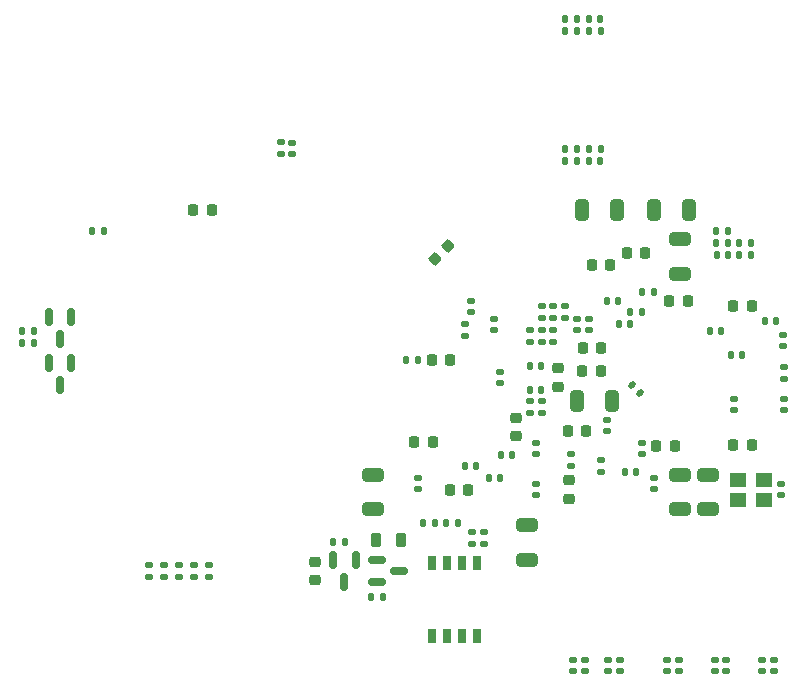
<source format=gbr>
%TF.GenerationSoftware,KiCad,Pcbnew,7.0.10*%
%TF.CreationDate,2024-01-08T21:13:15+10:00*%
%TF.ProjectId,PCIeDMA,50434965-444d-4412-9e6b-696361645f70,1*%
%TF.SameCoordinates,Original*%
%TF.FileFunction,Paste,Bot*%
%TF.FilePolarity,Positive*%
%FSLAX46Y46*%
G04 Gerber Fmt 4.6, Leading zero omitted, Abs format (unit mm)*
G04 Created by KiCad (PCBNEW 7.0.10) date 2024-01-08 21:13:15*
%MOMM*%
%LPD*%
G01*
G04 APERTURE LIST*
G04 Aperture macros list*
%AMRoundRect*
0 Rectangle with rounded corners*
0 $1 Rounding radius*
0 $2 $3 $4 $5 $6 $7 $8 $9 X,Y pos of 4 corners*
0 Add a 4 corners polygon primitive as box body*
4,1,4,$2,$3,$4,$5,$6,$7,$8,$9,$2,$3,0*
0 Add four circle primitives for the rounded corners*
1,1,$1+$1,$2,$3*
1,1,$1+$1,$4,$5*
1,1,$1+$1,$6,$7*
1,1,$1+$1,$8,$9*
0 Add four rect primitives between the rounded corners*
20,1,$1+$1,$2,$3,$4,$5,0*
20,1,$1+$1,$4,$5,$6,$7,0*
20,1,$1+$1,$6,$7,$8,$9,0*
20,1,$1+$1,$8,$9,$2,$3,0*%
G04 Aperture macros list end*
%ADD10R,0.760000X1.250000*%
%ADD11RoundRect,0.135000X-0.185000X0.135000X-0.185000X-0.135000X0.185000X-0.135000X0.185000X0.135000X0*%
%ADD12RoundRect,0.135000X-0.135000X-0.185000X0.135000X-0.185000X0.135000X0.185000X-0.135000X0.185000X0*%
%ADD13RoundRect,0.140000X-0.170000X0.140000X-0.170000X-0.140000X0.170000X-0.140000X0.170000X0.140000X0*%
%ADD14RoundRect,0.135000X0.185000X-0.135000X0.185000X0.135000X-0.185000X0.135000X-0.185000X-0.135000X0*%
%ADD15RoundRect,0.140000X0.140000X0.170000X-0.140000X0.170000X-0.140000X-0.170000X0.140000X-0.170000X0*%
%ADD16RoundRect,0.150000X-0.150000X0.587500X-0.150000X-0.587500X0.150000X-0.587500X0.150000X0.587500X0*%
%ADD17RoundRect,0.140000X0.170000X-0.140000X0.170000X0.140000X-0.170000X0.140000X-0.170000X-0.140000X0*%
%ADD18RoundRect,0.250000X-0.325000X-0.650000X0.325000X-0.650000X0.325000X0.650000X-0.325000X0.650000X0*%
%ADD19RoundRect,0.225000X-0.225000X-0.250000X0.225000X-0.250000X0.225000X0.250000X-0.225000X0.250000X0*%
%ADD20RoundRect,0.135000X0.135000X0.185000X-0.135000X0.185000X-0.135000X-0.185000X0.135000X-0.185000X0*%
%ADD21RoundRect,0.225000X0.250000X-0.225000X0.250000X0.225000X-0.250000X0.225000X-0.250000X-0.225000X0*%
%ADD22RoundRect,0.140000X-0.140000X-0.170000X0.140000X-0.170000X0.140000X0.170000X-0.140000X0.170000X0*%
%ADD23RoundRect,0.225000X0.017678X-0.335876X0.335876X-0.017678X-0.017678X0.335876X-0.335876X0.017678X0*%
%ADD24RoundRect,0.225000X0.225000X0.250000X-0.225000X0.250000X-0.225000X-0.250000X0.225000X-0.250000X0*%
%ADD25RoundRect,0.218750X-0.218750X-0.381250X0.218750X-0.381250X0.218750X0.381250X-0.218750X0.381250X0*%
%ADD26R,1.400000X1.200000*%
%ADD27RoundRect,0.140000X0.219203X0.021213X0.021213X0.219203X-0.219203X-0.021213X-0.021213X-0.219203X0*%
%ADD28RoundRect,0.250000X-0.650000X0.325000X-0.650000X-0.325000X0.650000X-0.325000X0.650000X0.325000X0*%
%ADD29RoundRect,0.250000X0.325000X0.650000X-0.325000X0.650000X-0.325000X-0.650000X0.325000X-0.650000X0*%
%ADD30RoundRect,0.250000X0.650000X-0.325000X0.650000X0.325000X-0.650000X0.325000X-0.650000X-0.325000X0*%
%ADD31RoundRect,0.225000X-0.250000X0.225000X-0.250000X-0.225000X0.250000X-0.225000X0.250000X0.225000X0*%
%ADD32RoundRect,0.150000X-0.587500X-0.150000X0.587500X-0.150000X0.587500X0.150000X-0.587500X0.150000X0*%
G04 APERTURE END LIST*
D10*
%TO.C,SW6*%
X47745000Y-50225000D03*
X49015000Y-50225000D03*
X50285000Y-50225000D03*
X51555000Y-50225000D03*
X51555000Y-56375000D03*
X50285000Y-56375000D03*
X49015000Y-56375000D03*
X47745000Y-56375000D03*
%TD*%
D11*
%TO.C,R1*%
X52100000Y-47590000D03*
X52100000Y-48610000D03*
%TD*%
D12*
%TO.C,R62*%
X58990000Y-5200000D03*
X60010000Y-5200000D03*
%TD*%
D13*
%TO.C,C135*%
X65500000Y-40020000D03*
X65500000Y-40980000D03*
%TD*%
%TO.C,C87*%
X57000000Y-30520000D03*
X57000000Y-31480000D03*
%TD*%
D14*
%TO.C,R12*%
X26327000Y-51410000D03*
X26327000Y-50390000D03*
%TD*%
D15*
%TO.C,C36*%
X19930000Y-22100000D03*
X18970000Y-22100000D03*
%TD*%
D16*
%TO.C,Q2*%
X15250000Y-33262500D03*
X17150000Y-33262500D03*
X16200000Y-35137500D03*
%TD*%
D17*
%TO.C,C80*%
X58000000Y-31480000D03*
X58000000Y-30520000D03*
%TD*%
D18*
%TO.C,C74*%
X66525000Y-20300000D03*
X69475000Y-20300000D03*
%TD*%
D13*
%TO.C,C84*%
X60000000Y-29520000D03*
X60000000Y-30480000D03*
%TD*%
D15*
%TO.C,C54*%
X53480000Y-43000000D03*
X52520000Y-43000000D03*
%TD*%
D17*
%TO.C,C15*%
X63650000Y-59380000D03*
X63650000Y-58420000D03*
%TD*%
%TO.C,C81*%
X56000000Y-37480000D03*
X56000000Y-36520000D03*
%TD*%
D19*
%TO.C,C46*%
X59225000Y-39000000D03*
X60775000Y-39000000D03*
%TD*%
D20*
%TO.C,R37*%
X46510000Y-33000000D03*
X45490000Y-33000000D03*
%TD*%
D12*
%TO.C,R61*%
X58990000Y-15200000D03*
X60010000Y-15200000D03*
%TD*%
D20*
%TO.C,R70*%
X74710000Y-24100000D03*
X73690000Y-24100000D03*
%TD*%
%TO.C,R3*%
X49910000Y-46800000D03*
X48890000Y-46800000D03*
%TD*%
D21*
%TO.C,C79*%
X58400000Y-35275000D03*
X58400000Y-33725000D03*
%TD*%
D17*
%TO.C,C62*%
X50500000Y-30980000D03*
X50500000Y-30020000D03*
%TD*%
D13*
%TO.C,C77*%
X57000000Y-36520000D03*
X57000000Y-37480000D03*
%TD*%
D22*
%TO.C,C127*%
X71220000Y-30600000D03*
X72180000Y-30600000D03*
%TD*%
D19*
%TO.C,C75*%
X60500000Y-32000000D03*
X62050000Y-32000000D03*
%TD*%
%TO.C,C51*%
X46225000Y-40000000D03*
X47775000Y-40000000D03*
%TD*%
D11*
%TO.C,R68*%
X77500000Y-33590000D03*
X77500000Y-34610000D03*
%TD*%
D23*
%TO.C,C60*%
X47951992Y-24448008D03*
X49048008Y-23351992D03*
%TD*%
D17*
%TO.C,C63*%
X53000000Y-30480000D03*
X53000000Y-29520000D03*
%TD*%
D16*
%TO.C,Q4*%
X39350000Y-49975000D03*
X41250000Y-49975000D03*
X40300000Y-51850000D03*
%TD*%
D24*
%TO.C,C131*%
X69375000Y-28000000D03*
X67825000Y-28000000D03*
%TD*%
D13*
%TO.C,C124*%
X73300000Y-36320000D03*
X73300000Y-37280000D03*
%TD*%
D20*
%TO.C,R65*%
X62010000Y-5200000D03*
X60990000Y-5200000D03*
%TD*%
D22*
%TO.C,C70*%
X63520000Y-30000000D03*
X64480000Y-30000000D03*
%TD*%
D19*
%TO.C,C66*%
X64225000Y-24000000D03*
X65775000Y-24000000D03*
%TD*%
D15*
%TO.C,C69*%
X65480000Y-29000000D03*
X64520000Y-29000000D03*
%TD*%
D17*
%TO.C,C18*%
X76650000Y-59380000D03*
X76650000Y-58420000D03*
%TD*%
%TO.C,C17*%
X72650000Y-59380000D03*
X72650000Y-58420000D03*
%TD*%
D22*
%TO.C,C128*%
X73020000Y-32600000D03*
X73980000Y-32600000D03*
%TD*%
D17*
%TO.C,C122*%
X77400000Y-31880000D03*
X77400000Y-30920000D03*
%TD*%
D14*
%TO.C,R4*%
X51100000Y-48610000D03*
X51100000Y-47590000D03*
%TD*%
D22*
%TO.C,C85*%
X56020000Y-33500000D03*
X56980000Y-33500000D03*
%TD*%
D17*
%TO.C,C82*%
X61000000Y-30480000D03*
X61000000Y-29520000D03*
%TD*%
D22*
%TO.C,C118*%
X61020000Y-4200000D03*
X61980000Y-4200000D03*
%TD*%
D24*
%TO.C,C123*%
X74775000Y-28500000D03*
X73225000Y-28500000D03*
%TD*%
D17*
%TO.C,C14*%
X60650000Y-59380000D03*
X60650000Y-58420000D03*
%TD*%
D15*
%TO.C,C120*%
X72780000Y-24100000D03*
X71820000Y-24100000D03*
%TD*%
D14*
%TO.C,R31*%
X57000000Y-29510000D03*
X57000000Y-28490000D03*
%TD*%
D17*
%TO.C,C86*%
X56000000Y-31480000D03*
X56000000Y-30520000D03*
%TD*%
D22*
%TO.C,C49*%
X64020000Y-42500000D03*
X64980000Y-42500000D03*
%TD*%
D25*
%TO.C,FB3*%
X42937500Y-48300000D03*
X45062500Y-48300000D03*
%TD*%
D26*
%TO.C,X2*%
X75800000Y-44850000D03*
X73600000Y-44850000D03*
X73600000Y-43150000D03*
X75800000Y-43150000D03*
%TD*%
D20*
%TO.C,R51*%
X14060000Y-30550000D03*
X13040000Y-30550000D03*
%TD*%
D27*
%TO.C,C132*%
X65339411Y-35839411D03*
X64660589Y-35160589D03*
%TD*%
D22*
%TO.C,C68*%
X62520000Y-28000000D03*
X63480000Y-28000000D03*
%TD*%
D13*
%TO.C,C48*%
X56500000Y-43520000D03*
X56500000Y-44480000D03*
%TD*%
%TO.C,C64*%
X53500000Y-34020000D03*
X53500000Y-34980000D03*
%TD*%
D17*
%TO.C,C45*%
X56500000Y-40980000D03*
X56500000Y-40020000D03*
%TD*%
D24*
%TO.C,C43*%
X29075000Y-20350000D03*
X27525000Y-20350000D03*
%TD*%
D15*
%TO.C,C116*%
X59980000Y-4200000D03*
X59020000Y-4200000D03*
%TD*%
D17*
%TO.C,C13*%
X75650000Y-59380000D03*
X75650000Y-58420000D03*
%TD*%
D11*
%TO.C,R33*%
X58000000Y-28490000D03*
X58000000Y-29510000D03*
%TD*%
D20*
%TO.C,R69*%
X74710000Y-23100000D03*
X73690000Y-23100000D03*
%TD*%
D19*
%TO.C,C67*%
X61225000Y-25000000D03*
X62775000Y-25000000D03*
%TD*%
D13*
%TO.C,C133*%
X66500000Y-43020000D03*
X66500000Y-43980000D03*
%TD*%
D14*
%TO.C,R14*%
X25057000Y-51410000D03*
X25057000Y-50390000D03*
%TD*%
D13*
%TO.C,C44*%
X62000000Y-41520000D03*
X62000000Y-42480000D03*
%TD*%
D24*
%TO.C,C52*%
X50775000Y-44000000D03*
X49225000Y-44000000D03*
%TD*%
D20*
%TO.C,R64*%
X43610000Y-53100000D03*
X42590000Y-53100000D03*
%TD*%
D17*
%TO.C,C11*%
X67650000Y-59380000D03*
X67650000Y-58420000D03*
%TD*%
D15*
%TO.C,C115*%
X59980000Y-16200000D03*
X59020000Y-16200000D03*
%TD*%
D19*
%TO.C,C125*%
X73225000Y-40200000D03*
X74775000Y-40200000D03*
%TD*%
D28*
%TO.C,C50*%
X42750000Y-42725000D03*
X42750000Y-45675000D03*
%TD*%
D20*
%TO.C,R63*%
X40360000Y-48450000D03*
X39340000Y-48450000D03*
%TD*%
D22*
%TO.C,C55*%
X53520000Y-41040000D03*
X54480000Y-41040000D03*
%TD*%
D19*
%TO.C,C78*%
X60450000Y-34000000D03*
X62000000Y-34000000D03*
%TD*%
D29*
%TO.C,C73*%
X63375000Y-20300000D03*
X60425000Y-20300000D03*
%TD*%
D17*
%TO.C,C16*%
X68650000Y-59380000D03*
X68650000Y-58420000D03*
%TD*%
D11*
%TO.C,R34*%
X59000000Y-28490000D03*
X59000000Y-29510000D03*
%TD*%
D30*
%TO.C,C129*%
X71100000Y-45675000D03*
X71100000Y-42725000D03*
%TD*%
D22*
%TO.C,C114*%
X61020000Y-16200000D03*
X61980000Y-16200000D03*
%TD*%
D19*
%TO.C,C130*%
X66725000Y-40300000D03*
X68275000Y-40300000D03*
%TD*%
D15*
%TO.C,C121*%
X76880000Y-29700000D03*
X75920000Y-29700000D03*
%TD*%
D28*
%TO.C,C57*%
X55800000Y-47025000D03*
X55800000Y-49975000D03*
%TD*%
D13*
%TO.C,C119*%
X77300000Y-43520000D03*
X77300000Y-44480000D03*
%TD*%
D31*
%TO.C,C47*%
X59286000Y-43225000D03*
X59286000Y-44775000D03*
%TD*%
%TO.C,C117*%
X37800000Y-50125000D03*
X37800000Y-51675000D03*
%TD*%
D14*
%TO.C,R10*%
X28867000Y-51410000D03*
X28867000Y-50390000D03*
%TD*%
D17*
%TO.C,C9*%
X59650000Y-59380000D03*
X59650000Y-58420000D03*
%TD*%
%TO.C,C12*%
X71650000Y-59380000D03*
X71650000Y-58420000D03*
%TD*%
D22*
%TO.C,C56*%
X50520000Y-42000000D03*
X51480000Y-42000000D03*
%TD*%
D14*
%TO.C,R11*%
X27597000Y-51410000D03*
X27597000Y-50390000D03*
%TD*%
D22*
%TO.C,C83*%
X56020000Y-35550000D03*
X56980000Y-35550000D03*
%TD*%
D16*
%TO.C,Q3*%
X15250000Y-29362500D03*
X17150000Y-29362500D03*
X16200000Y-31237500D03*
%TD*%
D20*
%TO.C,R67*%
X72810000Y-23100000D03*
X71790000Y-23100000D03*
%TD*%
D19*
%TO.C,C59*%
X47725000Y-33000000D03*
X49275000Y-33000000D03*
%TD*%
D14*
%TO.C,R15*%
X23787000Y-51410000D03*
X23787000Y-50390000D03*
%TD*%
D22*
%TO.C,C71*%
X65520000Y-27250000D03*
X66480000Y-27250000D03*
%TD*%
D18*
%TO.C,C72*%
X60025000Y-36500000D03*
X62975000Y-36500000D03*
%TD*%
D32*
%TO.C,Q5*%
X43062500Y-51850000D03*
X43062500Y-49950000D03*
X44937500Y-50900000D03*
%TD*%
D20*
%TO.C,R60*%
X62010000Y-15200000D03*
X60990000Y-15200000D03*
%TD*%
D12*
%TO.C,R66*%
X71790000Y-22100000D03*
X72810000Y-22100000D03*
%TD*%
D14*
%TO.C,R22*%
X34900000Y-15610000D03*
X34900000Y-14590000D03*
%TD*%
D13*
%TO.C,C126*%
X77500000Y-36320000D03*
X77500000Y-37280000D03*
%TD*%
%TO.C,C53*%
X46500000Y-43020000D03*
X46500000Y-43980000D03*
%TD*%
D12*
%TO.C,R2*%
X46990000Y-46800000D03*
X48010000Y-46800000D03*
%TD*%
D30*
%TO.C,C58*%
X68700000Y-45675000D03*
X68700000Y-42725000D03*
%TD*%
D31*
%TO.C,C76*%
X54800000Y-37925000D03*
X54800000Y-39475000D03*
%TD*%
D17*
%TO.C,C10*%
X62650000Y-59380000D03*
X62650000Y-58420000D03*
%TD*%
D30*
%TO.C,C65*%
X68700000Y-25775000D03*
X68700000Y-22825000D03*
%TD*%
D12*
%TO.C,R50*%
X13040000Y-31550000D03*
X14060000Y-31550000D03*
%TD*%
D13*
%TO.C,C42*%
X35900000Y-14620000D03*
X35900000Y-15580000D03*
%TD*%
%TO.C,C134*%
X62500000Y-38120000D03*
X62500000Y-39080000D03*
%TD*%
%TO.C,C61*%
X51000000Y-28020000D03*
X51000000Y-28980000D03*
%TD*%
D14*
%TO.C,R28*%
X59500000Y-42010000D03*
X59500000Y-40990000D03*
%TD*%
M02*

</source>
